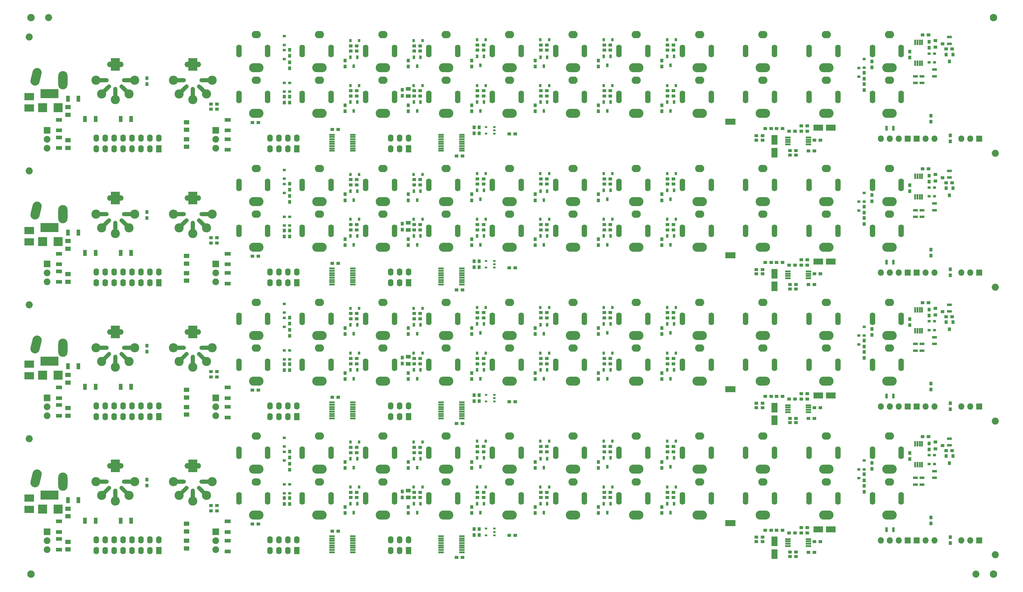
<source format=gbs>
G04 #@! TF.FileFunction,Soldermask,Bot*
%FSLAX46Y46*%
G04 Gerber Fmt 4.6, Leading zero omitted, Abs format (unit mm)*
G04 Created by KiCad (PCBNEW 4.0.2-stable) date 2020-03-03 5:11:40 PM*
%MOMM*%
G01*
G04 APERTURE LIST*
%ADD10C,0.200000*%
%ADD11O,2.000000X2.000000*%
%ADD12C,2.100000*%
%ADD13R,1.000000X0.900000*%
%ADD14R,2.700000X1.700000*%
%ADD15R,1.800000X1.800000*%
%ADD16O,1.800000X1.800000*%
%ADD17R,0.900000X1.000000*%
%ADD18R,0.800000X1.400000*%
%ADD19R,1.700000X2.700000*%
%ADD20R,1.550000X0.550000*%
%ADD21R,0.801040X1.100760*%
%ADD22R,0.709600X0.862000*%
%ADD23R,2.900000X1.700000*%
%ADD24R,0.862000X0.709600*%
%ADD25R,1.400000X0.800000*%
%ADD26R,0.550000X1.550000*%
%ADD27R,1.497000X1.243000*%
%ADD28R,1.700000X1.100000*%
%ADD29R,1.900000X1.900000*%
%ADD30C,1.900000*%
%ADD31R,1.600000X0.550000*%
%ADD32O,1.600000X2.100000*%
%ADD33R,1.600000X2.100000*%
%ADD34R,1.350000X1.100000*%
%ADD35R,0.800000X0.610000*%
%ADD36R,1.100000X1.700000*%
%ADD37R,2.497760X2.497760*%
%ADD38R,2.700000X2.100000*%
%ADD39O,4.100000X2.600000*%
%ADD40O,2.600000X2.100000*%
%ADD41O,1.600000X3.600000*%
%ADD42R,5.180000X2.640000*%
%ADD43O,2.640000X5.180000*%
%ADD44C,2.640000*%
%ADD45C,2.600000*%
%ADD46R,2.600000X3.600000*%
%ADD47O,4.700000X1.550000*%
%ADD48O,4.400000X1.200000*%
%ADD49O,1.200000X4.400000*%
%ADD50C,1.200000*%
G04 APERTURE END LIST*
D10*
D11*
X283500000Y-212500000D03*
X20000000Y-54500000D03*
D12*
X15000000Y-212500000D03*
X288500000Y-212500000D03*
X288500000Y-54500000D03*
D13*
X239350000Y-165250000D03*
X237650000Y-165250000D03*
X233900000Y-161250000D03*
X235600000Y-161250000D03*
D14*
X242300000Y-161750000D03*
X238700000Y-161750000D03*
D13*
X235600000Y-162750000D03*
X233900000Y-162750000D03*
D15*
X264160000Y-202900000D03*
D16*
X261620000Y-202900000D03*
X259080000Y-202900000D03*
X256540000Y-202900000D03*
D17*
X276200000Y-203650000D03*
X276200000Y-201950000D03*
X251750000Y-189100000D03*
X251750000Y-187400000D03*
D15*
X266700000Y-202900000D03*
D16*
X269240000Y-202900000D03*
X271780000Y-202900000D03*
D17*
X270700000Y-198050000D03*
X270700000Y-196350000D03*
D11*
X289000000Y-207000000D03*
D15*
X284480000Y-202900000D03*
D16*
X281940000Y-202900000D03*
X279400000Y-202900000D03*
D18*
X258150000Y-199900000D03*
X260050000Y-199900000D03*
D13*
X232350000Y-207500000D03*
X230650000Y-207500000D03*
X223650000Y-200000000D03*
X225350000Y-200000000D03*
X228600000Y-200000000D03*
X226900000Y-200000000D03*
X230400000Y-200750000D03*
X232100000Y-200750000D03*
X230650000Y-206250000D03*
X232350000Y-206250000D03*
X221150000Y-203250000D03*
X222850000Y-203250000D03*
D19*
X226250000Y-206800000D03*
X226250000Y-203200000D03*
D13*
X221150000Y-202000000D03*
X222850000Y-202000000D03*
D14*
X242300000Y-199750000D03*
X238700000Y-199750000D03*
D13*
X233900000Y-199250000D03*
X235600000Y-199250000D03*
X235950000Y-206300000D03*
X237650000Y-206300000D03*
X235600000Y-200750000D03*
X233900000Y-200750000D03*
X239350000Y-203250000D03*
X237650000Y-203250000D03*
D20*
X230050000Y-204475000D03*
X230050000Y-203825000D03*
X230050000Y-203175000D03*
X230050000Y-202525000D03*
X235950000Y-202525000D03*
X235950000Y-203175000D03*
X235950000Y-203825000D03*
X235950000Y-204475000D03*
D13*
X232350000Y-169500000D03*
X230650000Y-169500000D03*
X230650000Y-168250000D03*
X232350000Y-168250000D03*
X230400000Y-162750000D03*
X232100000Y-162750000D03*
X235950000Y-168300000D03*
X237650000Y-168300000D03*
D20*
X230050000Y-166475000D03*
X230050000Y-165825000D03*
X230050000Y-165175000D03*
X230050000Y-164525000D03*
X235950000Y-164525000D03*
X235950000Y-165175000D03*
X235950000Y-165825000D03*
X235950000Y-166475000D03*
D21*
X178750000Y-182020000D03*
X179702500Y-179480000D03*
X177797500Y-179480000D03*
D13*
X177900000Y-176250000D03*
X179600000Y-176250000D03*
X179600000Y-177750000D03*
X177900000Y-177750000D03*
D22*
X180244600Y-174750000D03*
X177755400Y-174750000D03*
D17*
X176250000Y-180650000D03*
X176250000Y-182350000D03*
D13*
X228600000Y-162000000D03*
X226900000Y-162000000D03*
D19*
X226250000Y-168800000D03*
X226250000Y-165200000D03*
D13*
X221150000Y-164000000D03*
X222850000Y-164000000D03*
X221150000Y-165250000D03*
X222850000Y-165250000D03*
X223650000Y-162000000D03*
X225350000Y-162000000D03*
D23*
X213750000Y-160000000D03*
D17*
X194250000Y-180650000D03*
X194250000Y-182350000D03*
D21*
X196750000Y-182020000D03*
X197702500Y-179480000D03*
X195797500Y-179480000D03*
D13*
X197600000Y-177750000D03*
X195900000Y-177750000D03*
X195900000Y-176250000D03*
X197600000Y-176250000D03*
D22*
X198244600Y-174750000D03*
X195755400Y-174750000D03*
D17*
X176250000Y-193400000D03*
X176250000Y-195100000D03*
D13*
X179600000Y-190750000D03*
X177900000Y-190750000D03*
D21*
X178750000Y-195020000D03*
X179702500Y-192480000D03*
X177797500Y-192480000D03*
D22*
X180244600Y-187750000D03*
X177755400Y-187750000D03*
D13*
X177900000Y-189250000D03*
X179600000Y-189250000D03*
D17*
X194250000Y-193400000D03*
X194250000Y-195100000D03*
D13*
X195900000Y-189250000D03*
X197600000Y-189250000D03*
D23*
X213750000Y-198000000D03*
D21*
X196750000Y-195020000D03*
X197702500Y-192480000D03*
X195797500Y-192480000D03*
D22*
X198244600Y-187750000D03*
X195755400Y-187750000D03*
D13*
X197600000Y-190750000D03*
X195900000Y-190750000D03*
D22*
X180244600Y-136750000D03*
X177755400Y-136750000D03*
D13*
X179600000Y-139750000D03*
X177900000Y-139750000D03*
X177900000Y-138250000D03*
X179600000Y-138250000D03*
D21*
X178750000Y-144020000D03*
X179702500Y-141480000D03*
X177797500Y-141480000D03*
D17*
X176250000Y-142650000D03*
X176250000Y-144350000D03*
D13*
X195900000Y-151250000D03*
X197600000Y-151250000D03*
X197600000Y-152750000D03*
X195900000Y-152750000D03*
D21*
X196750000Y-157020000D03*
X197702500Y-154480000D03*
X195797500Y-154480000D03*
D22*
X198244600Y-149750000D03*
X195755400Y-149750000D03*
D17*
X194250000Y-155400000D03*
X194250000Y-157100000D03*
D22*
X180244600Y-149750000D03*
X177755400Y-149750000D03*
D17*
X176250000Y-155400000D03*
X176250000Y-157100000D03*
D13*
X179600000Y-152750000D03*
X177900000Y-152750000D03*
D21*
X178750000Y-157020000D03*
X179702500Y-154480000D03*
X177797500Y-154480000D03*
D13*
X177900000Y-151250000D03*
X179600000Y-151250000D03*
D22*
X198244600Y-136750000D03*
X195755400Y-136750000D03*
D21*
X196750000Y-144020000D03*
X197702500Y-141480000D03*
X195797500Y-141480000D03*
D13*
X197600000Y-139750000D03*
X195900000Y-139750000D03*
D17*
X194250000Y-142650000D03*
X194250000Y-144350000D03*
D13*
X195900000Y-138250000D03*
X197600000Y-138250000D03*
D17*
X254000000Y-180900000D03*
X254000000Y-182600000D03*
X251750000Y-185850000D03*
X251750000Y-184150000D03*
D24*
X250200000Y-182755400D03*
X250200000Y-185244600D03*
X251750000Y-180255400D03*
X251750000Y-182744600D03*
D17*
X264750000Y-179800000D03*
X264750000Y-178100000D03*
X254000000Y-142900000D03*
X254000000Y-144600000D03*
D24*
X250200000Y-144755400D03*
X250200000Y-147244600D03*
X251750000Y-142255400D03*
X251750000Y-144744600D03*
D17*
X251750000Y-147850000D03*
X251750000Y-146150000D03*
X251750000Y-151100000D03*
X251750000Y-149400000D03*
D13*
X276750000Y-177400000D03*
X275050000Y-177400000D03*
X270050000Y-173400000D03*
X268350000Y-173400000D03*
D25*
X276000000Y-174000000D03*
X276000000Y-175900000D03*
D13*
X272000000Y-176900000D03*
X272000000Y-175000000D03*
X274000000Y-175950000D03*
D17*
X270250000Y-175350000D03*
X270250000Y-177050000D03*
X275050000Y-178950000D03*
X276950000Y-178950000D03*
X276000000Y-180950000D03*
D26*
X268225000Y-181400000D03*
X267575000Y-181400000D03*
X266925000Y-181400000D03*
X266275000Y-181400000D03*
X266275000Y-175500000D03*
X266925000Y-175500000D03*
X267575000Y-175500000D03*
X268225000Y-175500000D03*
D24*
X271750000Y-143194600D03*
X271750000Y-140705400D03*
X270250000Y-140705400D03*
X270250000Y-143194600D03*
D25*
X271750000Y-147150000D03*
X271750000Y-145250000D03*
X268200000Y-147150000D03*
X268200000Y-149050000D03*
X266300000Y-147150000D03*
X266300000Y-149050000D03*
D13*
X270050000Y-135400000D03*
X268350000Y-135400000D03*
D26*
X268225000Y-143400000D03*
X267575000Y-143400000D03*
X266925000Y-143400000D03*
X266275000Y-143400000D03*
X266275000Y-137500000D03*
X266925000Y-137500000D03*
X267575000Y-137500000D03*
X268225000Y-137500000D03*
D17*
X270250000Y-137350000D03*
X270250000Y-139050000D03*
X264750000Y-141800000D03*
X264750000Y-140100000D03*
X275050000Y-140950000D03*
X276950000Y-140950000D03*
X276000000Y-142950000D03*
D13*
X272000000Y-138900000D03*
X272000000Y-137000000D03*
X274000000Y-137950000D03*
X276750000Y-139400000D03*
X275050000Y-139400000D03*
D25*
X276000000Y-136000000D03*
X276000000Y-137900000D03*
D18*
X258150000Y-161900000D03*
X260050000Y-161900000D03*
D15*
X264160000Y-164900000D03*
D16*
X261620000Y-164900000D03*
X259080000Y-164900000D03*
X256540000Y-164900000D03*
D15*
X266700000Y-164900000D03*
D16*
X269240000Y-164900000D03*
X271780000Y-164900000D03*
D17*
X270700000Y-160050000D03*
X270700000Y-158350000D03*
D15*
X284480000Y-164900000D03*
D16*
X281940000Y-164900000D03*
X279400000Y-164900000D03*
D11*
X289000000Y-169000000D03*
D17*
X276200000Y-165650000D03*
X276200000Y-163950000D03*
D25*
X268200000Y-185150000D03*
X268200000Y-187050000D03*
D24*
X270250000Y-178705400D03*
X270250000Y-181194600D03*
D25*
X266300000Y-185150000D03*
X266300000Y-187050000D03*
X271750000Y-185150000D03*
X271750000Y-183250000D03*
D24*
X271750000Y-181194600D03*
X271750000Y-178705400D03*
D13*
X67850000Y-194500000D03*
X66150000Y-194500000D03*
D27*
X59250000Y-198170500D03*
X59250000Y-200329500D03*
D13*
X66150000Y-193000000D03*
X67850000Y-193000000D03*
D27*
X59250000Y-203020500D03*
X59250000Y-205179500D03*
D28*
X70950000Y-197500000D03*
X70950000Y-200500000D03*
D29*
X67530000Y-200460000D03*
D30*
X67530000Y-203000000D03*
X67530000Y-205540000D03*
D28*
X70950000Y-206000000D03*
X70950000Y-203000000D03*
D21*
X106750000Y-195020000D03*
X107702500Y-192480000D03*
X105797500Y-192480000D03*
D31*
X106450000Y-201725000D03*
X106450000Y-202375000D03*
X106450000Y-203025000D03*
X106450000Y-203675000D03*
X106450000Y-204325000D03*
X106450000Y-204975000D03*
X106450000Y-205625000D03*
X106450000Y-206275000D03*
X100550000Y-206275000D03*
X100550000Y-205625000D03*
X100550000Y-204975000D03*
X100550000Y-204325000D03*
X100550000Y-203675000D03*
X100550000Y-203025000D03*
X100550000Y-202375000D03*
X100550000Y-201725000D03*
D13*
X105900000Y-189250000D03*
X107600000Y-189250000D03*
X100650000Y-200250000D03*
X102350000Y-200250000D03*
X107600000Y-190750000D03*
X105900000Y-190750000D03*
D17*
X104250000Y-193400000D03*
X104250000Y-195100000D03*
D22*
X108244600Y-187750000D03*
X105755400Y-187750000D03*
D13*
X66150000Y-155000000D03*
X67850000Y-155000000D03*
X67850000Y-156500000D03*
X66150000Y-156500000D03*
D28*
X70950000Y-159500000D03*
X70950000Y-162500000D03*
X70950000Y-168000000D03*
X70950000Y-165000000D03*
D27*
X59250000Y-165020500D03*
X59250000Y-167179500D03*
X59250000Y-160170500D03*
X59250000Y-162329500D03*
D29*
X67530000Y-162460000D03*
D30*
X67530000Y-165000000D03*
X67530000Y-167540000D03*
D17*
X87000000Y-192600000D03*
X87000000Y-190900000D03*
D13*
X77900000Y-198250000D03*
X79600000Y-198250000D03*
D17*
X88500000Y-190900000D03*
X88500000Y-192600000D03*
D24*
X88500000Y-189494600D03*
X88500000Y-187005400D03*
D32*
X82920000Y-202730000D03*
X82920000Y-205770000D03*
D33*
X90540000Y-205770000D03*
D32*
X90540000Y-202730000D03*
X88000000Y-205770000D03*
X88000000Y-202730000D03*
X85460000Y-205770000D03*
X85460000Y-202730000D03*
D24*
X87000000Y-187005400D03*
X87000000Y-189494600D03*
D17*
X87000000Y-154600000D03*
X87000000Y-152900000D03*
D13*
X77900000Y-160250000D03*
X79600000Y-160250000D03*
D24*
X87000000Y-135755400D03*
X87000000Y-138244600D03*
D32*
X82920000Y-164730000D03*
X82920000Y-167770000D03*
D33*
X90540000Y-167770000D03*
D32*
X90540000Y-164730000D03*
X88000000Y-167770000D03*
X88000000Y-164730000D03*
X85460000Y-167770000D03*
X85460000Y-164730000D03*
D21*
X124750000Y-195020000D03*
X125702500Y-192480000D03*
X123797500Y-192480000D03*
D13*
X125600000Y-190750000D03*
X123900000Y-190750000D03*
D17*
X122250000Y-193400000D03*
X122250000Y-195100000D03*
D33*
X122290000Y-205770000D03*
D32*
X122290000Y-202730000D03*
X119750000Y-205770000D03*
X119750000Y-202730000D03*
X117210000Y-205770000D03*
X117210000Y-202730000D03*
D34*
X122250000Y-190750000D03*
X122250000Y-188750000D03*
D17*
X120500000Y-190700000D03*
X120500000Y-189000000D03*
X140250000Y-180650000D03*
X140250000Y-182350000D03*
D22*
X144244600Y-187750000D03*
X141755400Y-187750000D03*
D17*
X140250000Y-193400000D03*
X140250000Y-195100000D03*
D13*
X143600000Y-190750000D03*
X141900000Y-190750000D03*
D21*
X142750000Y-195020000D03*
X143702500Y-192480000D03*
X141797500Y-192480000D03*
D13*
X141900000Y-189250000D03*
X143600000Y-189250000D03*
D35*
X146660000Y-199550000D03*
X146660000Y-200500000D03*
X146660000Y-201450000D03*
X144340000Y-201450000D03*
X144340000Y-199550000D03*
D13*
X150900000Y-201500000D03*
X152600000Y-201500000D03*
D17*
X158250000Y-193400000D03*
X158250000Y-195100000D03*
D21*
X160750000Y-195020000D03*
X161702500Y-192480000D03*
X159797500Y-192480000D03*
D22*
X162244600Y-187750000D03*
X159755400Y-187750000D03*
D13*
X159900000Y-189250000D03*
X161600000Y-189250000D03*
X161600000Y-190750000D03*
X159900000Y-190750000D03*
D17*
X122250000Y-180650000D03*
X122250000Y-182350000D03*
D13*
X123900000Y-189250000D03*
X125600000Y-189250000D03*
D21*
X124750000Y-182270000D03*
X125702500Y-179730000D03*
X123797500Y-179730000D03*
D22*
X126244600Y-187750000D03*
X123755400Y-187750000D03*
D17*
X142400000Y-199650000D03*
X142400000Y-201350000D03*
D13*
X137600000Y-207750000D03*
X135900000Y-207750000D03*
D17*
X140900000Y-199650000D03*
X140900000Y-201350000D03*
D31*
X131550000Y-206275000D03*
X131550000Y-205625000D03*
X131550000Y-204975000D03*
X131550000Y-204325000D03*
X131550000Y-203675000D03*
X131550000Y-203025000D03*
X131550000Y-202375000D03*
X131550000Y-201725000D03*
X137450000Y-201725000D03*
X137450000Y-202375000D03*
X137450000Y-203025000D03*
X137450000Y-203675000D03*
X137450000Y-204325000D03*
X137450000Y-204975000D03*
X137450000Y-205625000D03*
X137450000Y-206275000D03*
D13*
X161600000Y-177750000D03*
X159900000Y-177750000D03*
D21*
X160750000Y-182270000D03*
X161702500Y-179730000D03*
X159797500Y-179730000D03*
D17*
X158250000Y-180650000D03*
X158250000Y-182350000D03*
D22*
X162244600Y-174750000D03*
X159755400Y-174750000D03*
D13*
X159900000Y-176250000D03*
X161600000Y-176250000D03*
X141900000Y-176250000D03*
X143600000Y-176250000D03*
D21*
X142750000Y-182020000D03*
X143702500Y-179480000D03*
X141797500Y-179480000D03*
D13*
X143600000Y-177750000D03*
X141900000Y-177750000D03*
D22*
X144244600Y-174750000D03*
X141755400Y-174750000D03*
D17*
X158250000Y-155400000D03*
X158250000Y-157100000D03*
D13*
X150900000Y-163500000D03*
X152600000Y-163500000D03*
D17*
X140900000Y-161650000D03*
X140900000Y-163350000D03*
X142400000Y-161650000D03*
X142400000Y-163350000D03*
D35*
X146660000Y-161550000D03*
X146660000Y-162500000D03*
X146660000Y-163450000D03*
X144340000Y-163450000D03*
X144340000Y-161550000D03*
D17*
X140250000Y-155400000D03*
X140250000Y-157100000D03*
D13*
X125600000Y-152750000D03*
X123900000Y-152750000D03*
X137600000Y-169750000D03*
X135900000Y-169750000D03*
D31*
X131550000Y-168275000D03*
X131550000Y-167625000D03*
X131550000Y-166975000D03*
X131550000Y-166325000D03*
X131550000Y-165675000D03*
X131550000Y-165025000D03*
X131550000Y-164375000D03*
X131550000Y-163725000D03*
X137450000Y-163725000D03*
X137450000Y-164375000D03*
X137450000Y-165025000D03*
X137450000Y-165675000D03*
X137450000Y-166325000D03*
X137450000Y-166975000D03*
X137450000Y-167625000D03*
X137450000Y-168275000D03*
D21*
X142750000Y-157020000D03*
X143702500Y-154480000D03*
X141797500Y-154480000D03*
D13*
X125600000Y-178000000D03*
X123900000Y-178000000D03*
D22*
X126244600Y-175000000D03*
X123755400Y-175000000D03*
D33*
X122290000Y-167770000D03*
D32*
X122290000Y-164730000D03*
X119750000Y-167770000D03*
X119750000Y-164730000D03*
X117210000Y-167770000D03*
X117210000Y-164730000D03*
D17*
X122250000Y-155400000D03*
X122250000Y-157100000D03*
D13*
X123900000Y-176500000D03*
X125600000Y-176500000D03*
D21*
X124750000Y-157020000D03*
X125702500Y-154480000D03*
X123797500Y-154480000D03*
D22*
X162244600Y-136750000D03*
X159755400Y-136750000D03*
D13*
X161600000Y-139750000D03*
X159900000Y-139750000D03*
D21*
X160750000Y-144270000D03*
X161702500Y-141730000D03*
X159797500Y-141730000D03*
D13*
X159900000Y-138250000D03*
X161600000Y-138250000D03*
X141900000Y-151250000D03*
X143600000Y-151250000D03*
D22*
X144244600Y-149750000D03*
X141755400Y-149750000D03*
D13*
X143600000Y-152750000D03*
X141900000Y-152750000D03*
D17*
X140250000Y-142650000D03*
X140250000Y-144350000D03*
D21*
X142750000Y-144020000D03*
X143702500Y-141480000D03*
X141797500Y-141480000D03*
D13*
X141900000Y-138250000D03*
X143600000Y-138250000D03*
D22*
X144244600Y-136750000D03*
X141755400Y-136750000D03*
D13*
X143600000Y-139750000D03*
X141900000Y-139750000D03*
D21*
X160750000Y-157020000D03*
X161702500Y-154480000D03*
X159797500Y-154480000D03*
D13*
X159900000Y-151250000D03*
X161600000Y-151250000D03*
X161600000Y-152750000D03*
X159900000Y-152750000D03*
D22*
X162244600Y-149750000D03*
X159755400Y-149750000D03*
D17*
X158250000Y-142650000D03*
X158250000Y-144350000D03*
D22*
X126244600Y-149750000D03*
X123755400Y-149750000D03*
D34*
X122250000Y-152750000D03*
X122250000Y-150750000D03*
D17*
X120500000Y-152700000D03*
X120500000Y-151000000D03*
D13*
X123900000Y-151250000D03*
X125600000Y-151250000D03*
D22*
X126244600Y-137000000D03*
X123755400Y-137000000D03*
D13*
X125600000Y-140000000D03*
X123900000Y-140000000D03*
D21*
X124750000Y-144270000D03*
X125702500Y-141730000D03*
X123797500Y-141730000D03*
D13*
X123900000Y-138500000D03*
X125600000Y-138500000D03*
D17*
X122250000Y-142650000D03*
X122250000Y-144350000D03*
D36*
X25500000Y-191500000D03*
X28500000Y-191500000D03*
D37*
X18300000Y-194040000D03*
X22699280Y-194040000D03*
D29*
X19580000Y-200460000D03*
D30*
X19580000Y-203000000D03*
X19580000Y-205540000D03*
D28*
X23000000Y-200500000D03*
X23000000Y-197500000D03*
D27*
X25500000Y-193920500D03*
X25500000Y-196079500D03*
D38*
X14500000Y-190900000D03*
X14500000Y-194140000D03*
D28*
X23000000Y-205500000D03*
X23000000Y-202500000D03*
D27*
X25500000Y-205479500D03*
X25500000Y-203320500D03*
D17*
X48000000Y-149350000D03*
X48000000Y-147650000D03*
D27*
X25500000Y-155920500D03*
X25500000Y-158079500D03*
D36*
X25500000Y-153500000D03*
X28500000Y-153500000D03*
X40500000Y-159300000D03*
X43500000Y-159300000D03*
X33400000Y-159300000D03*
X30400000Y-159300000D03*
D11*
X14500000Y-174000000D03*
D38*
X14500000Y-152900000D03*
X14500000Y-156140000D03*
D11*
X14500000Y-136000000D03*
D37*
X18300000Y-156040000D03*
X22699280Y-156040000D03*
D27*
X25500000Y-167479500D03*
X25500000Y-165320500D03*
D28*
X23000000Y-162500000D03*
X23000000Y-159500000D03*
X23000000Y-167500000D03*
X23000000Y-164500000D03*
D29*
X19580000Y-162460000D03*
D30*
X19580000Y-165000000D03*
X19580000Y-167540000D03*
D32*
X33610000Y-202730000D03*
X33610000Y-205770000D03*
X36150000Y-205770000D03*
X36150000Y-202730000D03*
X38690000Y-202730000D03*
X38690000Y-205770000D03*
X41230000Y-205770000D03*
X41230000Y-202730000D03*
X43770000Y-202730000D03*
X43770000Y-205770000D03*
D33*
X51390000Y-205770000D03*
D32*
X51390000Y-202730000D03*
X48850000Y-205770000D03*
X48850000Y-202730000D03*
X46310000Y-205770000D03*
X46310000Y-202730000D03*
D36*
X40500000Y-197300000D03*
X43500000Y-197300000D03*
D17*
X48000000Y-187350000D03*
X48000000Y-185650000D03*
D36*
X33400000Y-197300000D03*
X30400000Y-197300000D03*
D32*
X33610000Y-164730000D03*
X33610000Y-167770000D03*
X36150000Y-167770000D03*
X36150000Y-164730000D03*
X38690000Y-164730000D03*
X38690000Y-167770000D03*
X41230000Y-167770000D03*
X41230000Y-164730000D03*
X43770000Y-164730000D03*
X43770000Y-167770000D03*
D33*
X51390000Y-167770000D03*
D32*
X51390000Y-164730000D03*
X48850000Y-167770000D03*
X48850000Y-164730000D03*
X46310000Y-167770000D03*
X46310000Y-164730000D03*
D17*
X104250000Y-180650000D03*
X104250000Y-182350000D03*
D13*
X105900000Y-176500000D03*
X107600000Y-176500000D03*
D21*
X106750000Y-182270000D03*
X107702500Y-179730000D03*
X105797500Y-179730000D03*
D22*
X108244600Y-175000000D03*
X105755400Y-175000000D03*
D13*
X107600000Y-178000000D03*
X105900000Y-178000000D03*
D22*
X108244600Y-137000000D03*
X105755400Y-137000000D03*
D21*
X106750000Y-144270000D03*
X107702500Y-141730000D03*
X105797500Y-141730000D03*
D13*
X105900000Y-138500000D03*
X107600000Y-138500000D03*
D17*
X104250000Y-142650000D03*
X104250000Y-144350000D03*
D13*
X107600000Y-140000000D03*
X105900000Y-140000000D03*
D24*
X87000000Y-173755400D03*
X87000000Y-176244600D03*
X87000000Y-177755400D03*
X87000000Y-180244600D03*
D17*
X88500000Y-177650000D03*
X88500000Y-179350000D03*
X88500000Y-181150000D03*
X88500000Y-182850000D03*
D24*
X87000000Y-139755400D03*
X87000000Y-142244600D03*
X88500000Y-151494600D03*
X88500000Y-149005400D03*
D17*
X88500000Y-143150000D03*
X88500000Y-144850000D03*
D24*
X87000000Y-149005400D03*
X87000000Y-151494600D03*
D17*
X88500000Y-139650000D03*
X88500000Y-141350000D03*
X88500000Y-152900000D03*
X88500000Y-154600000D03*
D31*
X106450000Y-163725000D03*
X106450000Y-164375000D03*
X106450000Y-165025000D03*
X106450000Y-165675000D03*
X106450000Y-166325000D03*
X106450000Y-166975000D03*
X106450000Y-167625000D03*
X106450000Y-168275000D03*
X100550000Y-168275000D03*
X100550000Y-167625000D03*
X100550000Y-166975000D03*
X100550000Y-166325000D03*
X100550000Y-165675000D03*
X100550000Y-165025000D03*
X100550000Y-164375000D03*
X100550000Y-163725000D03*
D22*
X108244600Y-149750000D03*
X105755400Y-149750000D03*
D17*
X104250000Y-155400000D03*
X104250000Y-157100000D03*
D13*
X100650000Y-162250000D03*
X102350000Y-162250000D03*
D21*
X106750000Y-157020000D03*
X107702500Y-154480000D03*
X105797500Y-154480000D03*
D13*
X107600000Y-152750000D03*
X105900000Y-152750000D03*
X105900000Y-151250000D03*
X107600000Y-151250000D03*
D39*
X79000000Y-195700000D03*
D40*
X79000000Y-186300000D03*
D41*
X74100000Y-191000000D03*
X82300000Y-191000000D03*
D42*
X20250000Y-190060000D03*
D43*
X24060000Y-186250000D03*
D44*
X16768700Y-184023274D02*
X16111300Y-186476726D01*
D45*
X33500000Y-186250000D03*
X44500000Y-186250000D03*
X39000000Y-191750000D03*
D46*
X39000000Y-181750000D03*
D45*
X35110000Y-190140000D03*
X42890000Y-190140000D03*
D47*
X39000000Y-181750000D03*
D48*
X34900000Y-186250000D03*
X43100000Y-186250000D03*
D49*
X39000000Y-190350000D03*
D50*
X34968629Y-190281371D02*
X37231371Y-188018629D01*
X40768629Y-188018629D02*
X43031371Y-190281371D01*
D45*
X55500000Y-186250000D03*
X66500000Y-186250000D03*
X61000000Y-191750000D03*
D46*
X61000000Y-181750000D03*
D45*
X57110000Y-190140000D03*
X64890000Y-190140000D03*
D47*
X61000000Y-181750000D03*
D48*
X56900000Y-186250000D03*
X65100000Y-186250000D03*
D49*
X61000000Y-190350000D03*
D50*
X56968629Y-190281371D02*
X59231371Y-188018629D01*
X62768629Y-188018629D02*
X65031371Y-190281371D01*
D39*
X79000000Y-182700000D03*
D40*
X79000000Y-173300000D03*
D41*
X74100000Y-178000000D03*
X82300000Y-178000000D03*
D39*
X97000000Y-157700000D03*
D40*
X97000000Y-148300000D03*
D41*
X92100000Y-153000000D03*
X100300000Y-153000000D03*
D39*
X97000000Y-144700000D03*
D40*
X97000000Y-135300000D03*
D41*
X92100000Y-140000000D03*
X100300000Y-140000000D03*
D39*
X133000000Y-144700000D03*
D40*
X133000000Y-135300000D03*
D41*
X128100000Y-140000000D03*
X136300000Y-140000000D03*
D39*
X133000000Y-157700000D03*
D40*
X133000000Y-148300000D03*
D41*
X128100000Y-153000000D03*
X136300000Y-153000000D03*
D39*
X115000000Y-157700000D03*
D40*
X115000000Y-148300000D03*
D41*
X110100000Y-153000000D03*
X118300000Y-153000000D03*
D39*
X115000000Y-144700000D03*
D40*
X115000000Y-135300000D03*
D41*
X110100000Y-140000000D03*
X118300000Y-140000000D03*
D39*
X133000000Y-182700000D03*
D40*
X133000000Y-173300000D03*
D41*
X128100000Y-178000000D03*
X136300000Y-178000000D03*
D39*
X133000000Y-195700000D03*
D40*
X133000000Y-186300000D03*
D41*
X128100000Y-191000000D03*
X136300000Y-191000000D03*
D39*
X97000000Y-182700000D03*
D40*
X97000000Y-173300000D03*
D41*
X92100000Y-178000000D03*
X100300000Y-178000000D03*
D39*
X115000000Y-195700000D03*
D40*
X115000000Y-186300000D03*
D41*
X110100000Y-191000000D03*
X118300000Y-191000000D03*
D39*
X115000000Y-182700000D03*
D40*
X115000000Y-173300000D03*
D41*
X110100000Y-178000000D03*
X118300000Y-178000000D03*
D39*
X97000000Y-195700000D03*
D40*
X97000000Y-186300000D03*
D41*
X92100000Y-191000000D03*
X100300000Y-191000000D03*
D42*
X20250000Y-152060000D03*
D43*
X24060000Y-148250000D03*
D44*
X16768700Y-146023274D02*
X16111300Y-148476726D01*
D45*
X33500000Y-148250000D03*
X44500000Y-148250000D03*
X39000000Y-153750000D03*
D46*
X39000000Y-143750000D03*
D45*
X35110000Y-152140000D03*
X42890000Y-152140000D03*
D47*
X39000000Y-143750000D03*
D48*
X34900000Y-148250000D03*
X43100000Y-148250000D03*
D49*
X39000000Y-152350000D03*
D50*
X34968629Y-152281371D02*
X37231371Y-150018629D01*
X40768629Y-150018629D02*
X43031371Y-152281371D01*
D45*
X55500000Y-148250000D03*
X66500000Y-148250000D03*
X61000000Y-153750000D03*
D46*
X61000000Y-143750000D03*
D45*
X57110000Y-152140000D03*
X64890000Y-152140000D03*
D47*
X61000000Y-143750000D03*
D48*
X56900000Y-148250000D03*
X65100000Y-148250000D03*
D49*
X61000000Y-152350000D03*
D50*
X56968629Y-152281371D02*
X59231371Y-150018629D01*
X62768629Y-150018629D02*
X65031371Y-152281371D01*
D39*
X79000000Y-144700000D03*
D40*
X79000000Y-135300000D03*
D41*
X74100000Y-140000000D03*
X82300000Y-140000000D03*
D39*
X79000000Y-157700000D03*
D40*
X79000000Y-148300000D03*
D41*
X74100000Y-153000000D03*
X82300000Y-153000000D03*
D39*
X241000000Y-144700000D03*
D40*
X241000000Y-135300000D03*
D41*
X236100000Y-140000000D03*
X244300000Y-140000000D03*
D39*
X259000000Y-144700000D03*
D40*
X259000000Y-135300000D03*
D41*
X254100000Y-140000000D03*
X262300000Y-140000000D03*
D39*
X223000000Y-144700000D03*
D40*
X223000000Y-135300000D03*
D41*
X218100000Y-140000000D03*
X226300000Y-140000000D03*
D39*
X259000000Y-157700000D03*
D40*
X259000000Y-148300000D03*
D41*
X254100000Y-153000000D03*
X262300000Y-153000000D03*
D39*
X223000000Y-157700000D03*
D40*
X223000000Y-148300000D03*
D41*
X218100000Y-153000000D03*
X226300000Y-153000000D03*
D39*
X169000000Y-144700000D03*
D40*
X169000000Y-135300000D03*
D41*
X164100000Y-140000000D03*
X172300000Y-140000000D03*
D39*
X205000000Y-144700000D03*
D40*
X205000000Y-135300000D03*
D41*
X200100000Y-140000000D03*
X208300000Y-140000000D03*
D39*
X187000000Y-157700000D03*
D40*
X187000000Y-148300000D03*
D41*
X182100000Y-153000000D03*
X190300000Y-153000000D03*
D39*
X187000000Y-144700000D03*
D40*
X187000000Y-135300000D03*
D41*
X182100000Y-140000000D03*
X190300000Y-140000000D03*
D39*
X169000000Y-157700000D03*
D40*
X169000000Y-148300000D03*
D41*
X164100000Y-153000000D03*
X172300000Y-153000000D03*
D39*
X223000000Y-182700000D03*
D40*
X223000000Y-173300000D03*
D41*
X218100000Y-178000000D03*
X226300000Y-178000000D03*
D39*
X187000000Y-195700000D03*
D40*
X187000000Y-186300000D03*
D41*
X182100000Y-191000000D03*
X190300000Y-191000000D03*
D39*
X205000000Y-182700000D03*
D40*
X205000000Y-173300000D03*
D41*
X200100000Y-178000000D03*
X208300000Y-178000000D03*
D39*
X187000000Y-182700000D03*
D40*
X187000000Y-173300000D03*
D41*
X182100000Y-178000000D03*
X190300000Y-178000000D03*
D39*
X205000000Y-195700000D03*
D40*
X205000000Y-186300000D03*
D41*
X200100000Y-191000000D03*
X208300000Y-191000000D03*
D39*
X223000000Y-195700000D03*
D40*
X223000000Y-186300000D03*
D41*
X218100000Y-191000000D03*
X226300000Y-191000000D03*
D39*
X205000000Y-157700000D03*
D40*
X205000000Y-148300000D03*
D41*
X200100000Y-153000000D03*
X208300000Y-153000000D03*
D39*
X169000000Y-182700000D03*
D40*
X169000000Y-173300000D03*
D41*
X164100000Y-178000000D03*
X172300000Y-178000000D03*
D39*
X151000000Y-144700000D03*
D40*
X151000000Y-135300000D03*
D41*
X146100000Y-140000000D03*
X154300000Y-140000000D03*
D39*
X151000000Y-182700000D03*
D40*
X151000000Y-173300000D03*
D41*
X146100000Y-178000000D03*
X154300000Y-178000000D03*
D39*
X169000000Y-195700000D03*
D40*
X169000000Y-186300000D03*
D41*
X164100000Y-191000000D03*
X172300000Y-191000000D03*
D39*
X151000000Y-195700000D03*
D40*
X151000000Y-186300000D03*
D41*
X146100000Y-191000000D03*
X154300000Y-191000000D03*
D39*
X151000000Y-157700000D03*
D40*
X151000000Y-148300000D03*
D41*
X146100000Y-153000000D03*
X154300000Y-153000000D03*
D39*
X259000000Y-195700000D03*
D40*
X259000000Y-186300000D03*
D41*
X254100000Y-191000000D03*
X262300000Y-191000000D03*
D39*
X241000000Y-195700000D03*
D40*
X241000000Y-186300000D03*
D41*
X236100000Y-191000000D03*
X244300000Y-191000000D03*
D39*
X241000000Y-182700000D03*
D40*
X241000000Y-173300000D03*
D41*
X236100000Y-178000000D03*
X244300000Y-178000000D03*
D39*
X259000000Y-182700000D03*
D40*
X259000000Y-173300000D03*
D41*
X254100000Y-178000000D03*
X262300000Y-178000000D03*
D39*
X241000000Y-157700000D03*
D40*
X241000000Y-148300000D03*
D41*
X236100000Y-153000000D03*
X244300000Y-153000000D03*
D11*
X14500000Y-98000000D03*
D37*
X18300000Y-118040000D03*
X22699280Y-118040000D03*
D36*
X25500000Y-115500000D03*
X28500000Y-115500000D03*
D38*
X14500000Y-114900000D03*
X14500000Y-118140000D03*
D29*
X19580000Y-124460000D03*
D30*
X19580000Y-127000000D03*
X19580000Y-129540000D03*
D28*
X23000000Y-129500000D03*
X23000000Y-126500000D03*
X23000000Y-124500000D03*
X23000000Y-121500000D03*
D27*
X25500000Y-129479500D03*
X25500000Y-127320500D03*
X25500000Y-117920500D03*
X25500000Y-120079500D03*
D32*
X33610000Y-126730000D03*
X33610000Y-129770000D03*
X36150000Y-129770000D03*
X36150000Y-126730000D03*
X38690000Y-126730000D03*
X38690000Y-129770000D03*
X41230000Y-129770000D03*
X41230000Y-126730000D03*
X43770000Y-126730000D03*
X43770000Y-129770000D03*
D33*
X51390000Y-129770000D03*
D32*
X51390000Y-126730000D03*
X48850000Y-129770000D03*
X48850000Y-126730000D03*
X46310000Y-129770000D03*
X46310000Y-126730000D03*
D36*
X40500000Y-121300000D03*
X43500000Y-121300000D03*
X33400000Y-121300000D03*
X30400000Y-121300000D03*
D17*
X48000000Y-111350000D03*
X48000000Y-109650000D03*
D27*
X59250000Y-122170500D03*
X59250000Y-124329500D03*
D28*
X70950000Y-121500000D03*
X70950000Y-124500000D03*
D29*
X67530000Y-124460000D03*
D30*
X67530000Y-127000000D03*
X67530000Y-129540000D03*
D13*
X66150000Y-117000000D03*
X67850000Y-117000000D03*
D28*
X70950000Y-130000000D03*
X70950000Y-127000000D03*
D13*
X67850000Y-118500000D03*
X66150000Y-118500000D03*
D27*
X59250000Y-127020500D03*
X59250000Y-129179500D03*
D32*
X82920000Y-126730000D03*
X82920000Y-129770000D03*
D33*
X90540000Y-129770000D03*
D32*
X90540000Y-126730000D03*
X88000000Y-129770000D03*
X88000000Y-126730000D03*
X85460000Y-129770000D03*
X85460000Y-126730000D03*
D13*
X77900000Y-122250000D03*
X79600000Y-122250000D03*
D17*
X88500000Y-114900000D03*
X88500000Y-116600000D03*
D24*
X88500000Y-113494600D03*
X88500000Y-111005400D03*
D17*
X87000000Y-116600000D03*
X87000000Y-114900000D03*
X194250000Y-117400000D03*
X194250000Y-119100000D03*
D13*
X197600000Y-114750000D03*
X195900000Y-114750000D03*
D21*
X196750000Y-119020000D03*
X197702500Y-116480000D03*
X195797500Y-116480000D03*
D22*
X198244600Y-111750000D03*
X195755400Y-111750000D03*
D13*
X195900000Y-113250000D03*
X197600000Y-113250000D03*
D17*
X158250000Y-104650000D03*
X158250000Y-106350000D03*
D13*
X161600000Y-101750000D03*
X159900000Y-101750000D03*
X159900000Y-100250000D03*
X161600000Y-100250000D03*
D21*
X160750000Y-106270000D03*
X161702500Y-103730000D03*
X159797500Y-103730000D03*
D22*
X162244600Y-98750000D03*
X159755400Y-98750000D03*
D17*
X176250000Y-117400000D03*
X176250000Y-119100000D03*
D13*
X177900000Y-113250000D03*
X179600000Y-113250000D03*
X179600000Y-114750000D03*
X177900000Y-114750000D03*
D17*
X176250000Y-104650000D03*
X176250000Y-106350000D03*
D21*
X178750000Y-119020000D03*
X179702500Y-116480000D03*
X177797500Y-116480000D03*
X178750000Y-106020000D03*
X179702500Y-103480000D03*
X177797500Y-103480000D03*
D22*
X180244600Y-111750000D03*
X177755400Y-111750000D03*
D17*
X158250000Y-117400000D03*
X158250000Y-119100000D03*
D13*
X161600000Y-114750000D03*
X159900000Y-114750000D03*
D21*
X160750000Y-119020000D03*
X161702500Y-116480000D03*
X159797500Y-116480000D03*
D22*
X162244600Y-111750000D03*
X159755400Y-111750000D03*
D13*
X159900000Y-113250000D03*
X161600000Y-113250000D03*
D17*
X140250000Y-104650000D03*
X140250000Y-106350000D03*
D21*
X142750000Y-106020000D03*
X143702500Y-103480000D03*
X141797500Y-103480000D03*
D22*
X144244600Y-111750000D03*
X141755400Y-111750000D03*
X144244600Y-98750000D03*
X141755400Y-98750000D03*
D13*
X141900000Y-100250000D03*
X143600000Y-100250000D03*
X143600000Y-101750000D03*
X141900000Y-101750000D03*
D17*
X194250000Y-104650000D03*
X194250000Y-106350000D03*
D21*
X196750000Y-106020000D03*
X197702500Y-103480000D03*
X195797500Y-103480000D03*
D13*
X195900000Y-100250000D03*
X197600000Y-100250000D03*
X177900000Y-100250000D03*
X179600000Y-100250000D03*
X179600000Y-101750000D03*
X177900000Y-101750000D03*
D22*
X198244600Y-98750000D03*
X195755400Y-98750000D03*
D13*
X197600000Y-101750000D03*
X195900000Y-101750000D03*
D22*
X180244600Y-98750000D03*
X177755400Y-98750000D03*
D13*
X150900000Y-125500000D03*
X152600000Y-125500000D03*
D35*
X146660000Y-123550000D03*
X146660000Y-124500000D03*
X146660000Y-125450000D03*
X144340000Y-125450000D03*
X144340000Y-123550000D03*
D17*
X140900000Y-123650000D03*
X140900000Y-125350000D03*
X140250000Y-117400000D03*
X140250000Y-119100000D03*
D13*
X143600000Y-114750000D03*
X141900000Y-114750000D03*
X141900000Y-113250000D03*
X143600000Y-113250000D03*
D21*
X142750000Y-119020000D03*
X143702500Y-116480000D03*
X141797500Y-116480000D03*
D17*
X142400000Y-123650000D03*
X142400000Y-125350000D03*
D24*
X87000000Y-97755400D03*
X87000000Y-100244600D03*
D17*
X88500000Y-105150000D03*
X88500000Y-106850000D03*
X88500000Y-101650000D03*
X88500000Y-103350000D03*
D24*
X87000000Y-111005400D03*
X87000000Y-113494600D03*
X87000000Y-101755400D03*
X87000000Y-104244600D03*
D13*
X137600000Y-131750000D03*
X135900000Y-131750000D03*
D31*
X131550000Y-130275000D03*
X131550000Y-129625000D03*
X131550000Y-128975000D03*
X131550000Y-128325000D03*
X131550000Y-127675000D03*
X131550000Y-127025000D03*
X131550000Y-126375000D03*
X131550000Y-125725000D03*
X137450000Y-125725000D03*
X137450000Y-126375000D03*
X137450000Y-127025000D03*
X137450000Y-127675000D03*
X137450000Y-128325000D03*
X137450000Y-128975000D03*
X137450000Y-129625000D03*
X137450000Y-130275000D03*
D13*
X123900000Y-113250000D03*
X125600000Y-113250000D03*
D17*
X120500000Y-114700000D03*
X120500000Y-113000000D03*
D22*
X126244600Y-111750000D03*
X123755400Y-111750000D03*
D34*
X122250000Y-114750000D03*
X122250000Y-112750000D03*
D13*
X125600000Y-114750000D03*
X123900000Y-114750000D03*
D17*
X104250000Y-104650000D03*
X104250000Y-106350000D03*
D13*
X107600000Y-102000000D03*
X105900000Y-102000000D03*
X105900000Y-113250000D03*
X107600000Y-113250000D03*
X105900000Y-100500000D03*
X107600000Y-100500000D03*
X107600000Y-114750000D03*
X105900000Y-114750000D03*
D21*
X106750000Y-106270000D03*
X107702500Y-103730000D03*
X105797500Y-103730000D03*
D22*
X108244600Y-111750000D03*
X105755400Y-111750000D03*
X108244600Y-99000000D03*
X105755400Y-99000000D03*
D17*
X122250000Y-104650000D03*
X122250000Y-106350000D03*
D13*
X125600000Y-102000000D03*
X123900000Y-102000000D03*
D21*
X124750000Y-106270000D03*
X125702500Y-103730000D03*
X123797500Y-103730000D03*
D22*
X126244600Y-99000000D03*
X123755400Y-99000000D03*
D13*
X123900000Y-100500000D03*
X125600000Y-100500000D03*
D31*
X106450000Y-125725000D03*
X106450000Y-126375000D03*
X106450000Y-127025000D03*
X106450000Y-127675000D03*
X106450000Y-128325000D03*
X106450000Y-128975000D03*
X106450000Y-129625000D03*
X106450000Y-130275000D03*
X100550000Y-130275000D03*
X100550000Y-129625000D03*
X100550000Y-128975000D03*
X100550000Y-128325000D03*
X100550000Y-127675000D03*
X100550000Y-127025000D03*
X100550000Y-126375000D03*
X100550000Y-125725000D03*
D17*
X104250000Y-117400000D03*
X104250000Y-119100000D03*
D21*
X106750000Y-119020000D03*
X107702500Y-116480000D03*
X105797500Y-116480000D03*
X124750000Y-119020000D03*
X125702500Y-116480000D03*
X123797500Y-116480000D03*
D33*
X122290000Y-129770000D03*
D32*
X122290000Y-126730000D03*
X119750000Y-129770000D03*
X119750000Y-126730000D03*
X117210000Y-129770000D03*
X117210000Y-126730000D03*
D13*
X100650000Y-124250000D03*
X102350000Y-124250000D03*
D17*
X122250000Y-117400000D03*
X122250000Y-119100000D03*
X275050000Y-102950000D03*
X276950000Y-102950000D03*
X276000000Y-104950000D03*
D25*
X276000000Y-98000000D03*
X276000000Y-99900000D03*
D13*
X272000000Y-100900000D03*
X272000000Y-99000000D03*
X274000000Y-99950000D03*
D17*
X270250000Y-99350000D03*
X270250000Y-101050000D03*
D13*
X276750000Y-101400000D03*
X275050000Y-101400000D03*
D23*
X213750000Y-122000000D03*
D13*
X223650000Y-124000000D03*
X225350000Y-124000000D03*
X221150000Y-127250000D03*
X222850000Y-127250000D03*
X221150000Y-126000000D03*
X222850000Y-126000000D03*
D19*
X226250000Y-130800000D03*
X226250000Y-127200000D03*
D13*
X228600000Y-124000000D03*
X226900000Y-124000000D03*
D18*
X258150000Y-123900000D03*
X260050000Y-123900000D03*
D15*
X264160000Y-126900000D03*
D16*
X261620000Y-126900000D03*
X259080000Y-126900000D03*
X256540000Y-126900000D03*
D25*
X266300000Y-109150000D03*
X266300000Y-111050000D03*
X271750000Y-109150000D03*
X271750000Y-107250000D03*
D15*
X266700000Y-126900000D03*
D16*
X269240000Y-126900000D03*
X271780000Y-126900000D03*
D25*
X268200000Y-109150000D03*
X268200000Y-111050000D03*
D20*
X230050000Y-128475000D03*
X230050000Y-127825000D03*
X230050000Y-127175000D03*
X230050000Y-126525000D03*
X235950000Y-126525000D03*
X235950000Y-127175000D03*
X235950000Y-127825000D03*
X235950000Y-128475000D03*
D13*
X230400000Y-124750000D03*
X232100000Y-124750000D03*
X232350000Y-131500000D03*
X230650000Y-131500000D03*
X230650000Y-130250000D03*
X232350000Y-130250000D03*
X235950000Y-130300000D03*
X237650000Y-130300000D03*
X235600000Y-124750000D03*
X233900000Y-124750000D03*
D14*
X242300000Y-123750000D03*
X238700000Y-123750000D03*
D13*
X233900000Y-123250000D03*
X235600000Y-123250000D03*
X239350000Y-127250000D03*
X237650000Y-127250000D03*
D17*
X254000000Y-104900000D03*
X254000000Y-106600000D03*
X251750000Y-109850000D03*
X251750000Y-108150000D03*
D24*
X251750000Y-104255400D03*
X251750000Y-106744600D03*
X250200000Y-106755400D03*
X250200000Y-109244600D03*
D17*
X251750000Y-113100000D03*
X251750000Y-111400000D03*
D26*
X268225000Y-105400000D03*
X267575000Y-105400000D03*
X266925000Y-105400000D03*
X266275000Y-105400000D03*
X266275000Y-99500000D03*
X266925000Y-99500000D03*
X267575000Y-99500000D03*
X268225000Y-99500000D03*
D24*
X271750000Y-105194600D03*
X271750000Y-102705400D03*
D17*
X264750000Y-103800000D03*
X264750000Y-102100000D03*
D24*
X270250000Y-102705400D03*
X270250000Y-105194600D03*
D13*
X270050000Y-97400000D03*
X268350000Y-97400000D03*
D17*
X276200000Y-127650000D03*
X276200000Y-125950000D03*
D15*
X284480000Y-126900000D03*
D16*
X281940000Y-126900000D03*
X279400000Y-126900000D03*
D11*
X289000000Y-131000000D03*
D17*
X270700000Y-122050000D03*
X270700000Y-120350000D03*
D39*
X205000000Y-119700000D03*
D40*
X205000000Y-110300000D03*
D41*
X200100000Y-115000000D03*
X208300000Y-115000000D03*
D39*
X205000000Y-106700000D03*
D40*
X205000000Y-97300000D03*
D41*
X200100000Y-102000000D03*
X208300000Y-102000000D03*
D39*
X187000000Y-119700000D03*
D40*
X187000000Y-110300000D03*
D41*
X182100000Y-115000000D03*
X190300000Y-115000000D03*
D39*
X187000000Y-106700000D03*
D40*
X187000000Y-97300000D03*
D41*
X182100000Y-102000000D03*
X190300000Y-102000000D03*
D39*
X169000000Y-119700000D03*
D40*
X169000000Y-110300000D03*
D41*
X164100000Y-115000000D03*
X172300000Y-115000000D03*
D39*
X169000000Y-106700000D03*
D40*
X169000000Y-97300000D03*
D41*
X164100000Y-102000000D03*
X172300000Y-102000000D03*
D39*
X115000000Y-106700000D03*
D40*
X115000000Y-97300000D03*
D41*
X110100000Y-102000000D03*
X118300000Y-102000000D03*
D39*
X133000000Y-106700000D03*
D40*
X133000000Y-97300000D03*
D41*
X128100000Y-102000000D03*
X136300000Y-102000000D03*
D39*
X151000000Y-106700000D03*
D40*
X151000000Y-97300000D03*
D41*
X146100000Y-102000000D03*
X154300000Y-102000000D03*
D39*
X133000000Y-119700000D03*
D40*
X133000000Y-110300000D03*
D41*
X128100000Y-115000000D03*
X136300000Y-115000000D03*
D39*
X115000000Y-119700000D03*
D40*
X115000000Y-110300000D03*
D41*
X110100000Y-115000000D03*
X118300000Y-115000000D03*
D39*
X151000000Y-119700000D03*
D40*
X151000000Y-110300000D03*
D41*
X146100000Y-115000000D03*
X154300000Y-115000000D03*
D45*
X55500000Y-110250000D03*
X66500000Y-110250000D03*
X61000000Y-115750000D03*
D46*
X61000000Y-105750000D03*
D45*
X57110000Y-114140000D03*
X64890000Y-114140000D03*
D47*
X61000000Y-105750000D03*
D48*
X56900000Y-110250000D03*
X65100000Y-110250000D03*
D49*
X61000000Y-114350000D03*
D50*
X56968629Y-114281371D02*
X59231371Y-112018629D01*
X62768629Y-112018629D02*
X65031371Y-114281371D01*
D39*
X79000000Y-106700000D03*
D40*
X79000000Y-97300000D03*
D41*
X74100000Y-102000000D03*
X82300000Y-102000000D03*
D39*
X97000000Y-119700000D03*
D40*
X97000000Y-110300000D03*
D41*
X92100000Y-115000000D03*
X100300000Y-115000000D03*
D39*
X97000000Y-106700000D03*
D40*
X97000000Y-97300000D03*
D41*
X92100000Y-102000000D03*
X100300000Y-102000000D03*
D39*
X79000000Y-119700000D03*
D40*
X79000000Y-110300000D03*
D41*
X74100000Y-115000000D03*
X82300000Y-115000000D03*
D42*
X20250000Y-114060000D03*
D43*
X24060000Y-110250000D03*
D44*
X16768700Y-108023274D02*
X16111300Y-110476726D01*
D45*
X33500000Y-110250000D03*
X44500000Y-110250000D03*
X39000000Y-115750000D03*
D46*
X39000000Y-105750000D03*
D45*
X35110000Y-114140000D03*
X42890000Y-114140000D03*
D47*
X39000000Y-105750000D03*
D48*
X34900000Y-110250000D03*
X43100000Y-110250000D03*
D49*
X39000000Y-114350000D03*
D50*
X34968629Y-114281371D02*
X37231371Y-112018629D01*
X40768629Y-112018629D02*
X43031371Y-114281371D01*
D39*
X259000000Y-106700000D03*
D40*
X259000000Y-97300000D03*
D41*
X254100000Y-102000000D03*
X262300000Y-102000000D03*
D39*
X241000000Y-119700000D03*
D40*
X241000000Y-110300000D03*
D41*
X236100000Y-115000000D03*
X244300000Y-115000000D03*
D39*
X241000000Y-106700000D03*
D40*
X241000000Y-97300000D03*
D41*
X236100000Y-102000000D03*
X244300000Y-102000000D03*
D39*
X223000000Y-119700000D03*
D40*
X223000000Y-110300000D03*
D41*
X218100000Y-115000000D03*
X226300000Y-115000000D03*
D39*
X223000000Y-106700000D03*
D40*
X223000000Y-97300000D03*
D41*
X218100000Y-102000000D03*
X226300000Y-102000000D03*
D39*
X259000000Y-119700000D03*
D40*
X259000000Y-110300000D03*
D41*
X254100000Y-115000000D03*
X262300000Y-115000000D03*
D35*
X146660000Y-85550000D03*
X146660000Y-86500000D03*
X146660000Y-87450000D03*
X144340000Y-87450000D03*
X144340000Y-85550000D03*
D11*
X289000000Y-93000000D03*
D17*
X120500000Y-76700000D03*
X120500000Y-75000000D03*
D34*
X122250000Y-76750000D03*
X122250000Y-74750000D03*
D13*
X66150000Y-79000000D03*
X67850000Y-79000000D03*
X137600000Y-93750000D03*
X135900000Y-93750000D03*
X100650000Y-86250000D03*
X102350000Y-86250000D03*
D36*
X25500000Y-77500000D03*
X28500000Y-77500000D03*
D28*
X23000000Y-86500000D03*
X23000000Y-83500000D03*
X70950000Y-83500000D03*
X70950000Y-86500000D03*
X23000000Y-91500000D03*
X23000000Y-88500000D03*
X70950000Y-92000000D03*
X70950000Y-89000000D03*
D36*
X33400000Y-83300000D03*
X30400000Y-83300000D03*
X40500000Y-83300000D03*
X43500000Y-83300000D03*
D19*
X226250000Y-92800000D03*
X226250000Y-89200000D03*
D13*
X232350000Y-93500000D03*
X230650000Y-93500000D03*
X235950000Y-92300000D03*
X237650000Y-92300000D03*
X230400000Y-86750000D03*
X232100000Y-86750000D03*
X233900000Y-85250000D03*
X235600000Y-85250000D03*
X270050000Y-59400000D03*
X268350000Y-59400000D03*
D17*
X264750000Y-65800000D03*
X264750000Y-64100000D03*
D14*
X242300000Y-85750000D03*
X238700000Y-85750000D03*
D42*
X20250000Y-76060000D03*
D43*
X24060000Y-72250000D03*
D44*
X16768700Y-70023274D02*
X16111300Y-72476726D01*
D24*
X87000000Y-63755400D03*
X87000000Y-66244600D03*
X87000000Y-59755400D03*
X87000000Y-62244600D03*
X88500000Y-75494600D03*
X88500000Y-73005400D03*
X87000000Y-73005400D03*
X87000000Y-75494600D03*
D22*
X108244600Y-61000000D03*
X105755400Y-61000000D03*
X108244600Y-73750000D03*
X105755400Y-73750000D03*
X126244600Y-61000000D03*
X123755400Y-61000000D03*
X126244600Y-73750000D03*
X123755400Y-73750000D03*
X144244600Y-60750000D03*
X141755400Y-60750000D03*
X144244600Y-73750000D03*
X141755400Y-73750000D03*
X162244600Y-60750000D03*
X159755400Y-60750000D03*
X162244600Y-73750000D03*
X159755400Y-73750000D03*
X180244600Y-60750000D03*
X177755400Y-60750000D03*
X180244600Y-73750000D03*
X177755400Y-73750000D03*
X198244600Y-60750000D03*
X195755400Y-60750000D03*
X198244600Y-73750000D03*
X195755400Y-73750000D03*
D37*
X18300000Y-80040000D03*
X22699280Y-80040000D03*
D24*
X250200000Y-68755400D03*
X250200000Y-71244600D03*
X251750000Y-66255400D03*
X251750000Y-68744600D03*
X270250000Y-64705400D03*
X270250000Y-67194600D03*
X271750000Y-67194600D03*
X271750000Y-64705400D03*
D33*
X122290000Y-91770000D03*
D32*
X122290000Y-88730000D03*
X119750000Y-91770000D03*
X119750000Y-88730000D03*
X117210000Y-91770000D03*
X117210000Y-88730000D03*
D39*
X79000000Y-81700000D03*
D40*
X79000000Y-72300000D03*
D41*
X74100000Y-77000000D03*
X82300000Y-77000000D03*
D39*
X79000000Y-68700000D03*
D40*
X79000000Y-59300000D03*
D41*
X74100000Y-64000000D03*
X82300000Y-64000000D03*
D39*
X97000000Y-68700000D03*
D40*
X97000000Y-59300000D03*
D41*
X92100000Y-64000000D03*
X100300000Y-64000000D03*
D39*
X97000000Y-81700000D03*
D40*
X97000000Y-72300000D03*
D41*
X92100000Y-77000000D03*
X100300000Y-77000000D03*
D39*
X115000000Y-68700000D03*
D40*
X115000000Y-59300000D03*
D41*
X110100000Y-64000000D03*
X118300000Y-64000000D03*
D39*
X115000000Y-81700000D03*
D40*
X115000000Y-72300000D03*
D41*
X110100000Y-77000000D03*
X118300000Y-77000000D03*
D39*
X133000000Y-68700000D03*
D40*
X133000000Y-59300000D03*
D41*
X128100000Y-64000000D03*
X136300000Y-64000000D03*
D39*
X133000000Y-81700000D03*
D40*
X133000000Y-72300000D03*
D41*
X128100000Y-77000000D03*
X136300000Y-77000000D03*
D39*
X151000000Y-68700000D03*
D40*
X151000000Y-59300000D03*
D41*
X146100000Y-64000000D03*
X154300000Y-64000000D03*
D39*
X151000000Y-81700000D03*
D40*
X151000000Y-72300000D03*
D41*
X146100000Y-77000000D03*
X154300000Y-77000000D03*
D39*
X169000000Y-68700000D03*
D40*
X169000000Y-59300000D03*
D41*
X164100000Y-64000000D03*
X172300000Y-64000000D03*
D39*
X169000000Y-81700000D03*
D40*
X169000000Y-72300000D03*
D41*
X164100000Y-77000000D03*
X172300000Y-77000000D03*
D39*
X187000000Y-68700000D03*
D40*
X187000000Y-59300000D03*
D41*
X182100000Y-64000000D03*
X190300000Y-64000000D03*
D39*
X187000000Y-81700000D03*
D40*
X187000000Y-72300000D03*
D41*
X182100000Y-77000000D03*
X190300000Y-77000000D03*
D39*
X205000000Y-68700000D03*
D40*
X205000000Y-59300000D03*
D41*
X200100000Y-64000000D03*
X208300000Y-64000000D03*
D39*
X205000000Y-81700000D03*
D40*
X205000000Y-72300000D03*
D41*
X200100000Y-77000000D03*
X208300000Y-77000000D03*
D39*
X223000000Y-68700000D03*
D40*
X223000000Y-59300000D03*
D41*
X218100000Y-64000000D03*
X226300000Y-64000000D03*
D39*
X223000000Y-81700000D03*
D40*
X223000000Y-72300000D03*
D41*
X218100000Y-77000000D03*
X226300000Y-77000000D03*
D39*
X241000000Y-68700000D03*
D40*
X241000000Y-59300000D03*
D41*
X236100000Y-64000000D03*
X244300000Y-64000000D03*
D39*
X241000000Y-81700000D03*
D40*
X241000000Y-72300000D03*
D41*
X236100000Y-77000000D03*
X244300000Y-77000000D03*
D39*
X259000000Y-81700000D03*
D40*
X259000000Y-72300000D03*
D41*
X254100000Y-77000000D03*
X262300000Y-77000000D03*
D39*
X259000000Y-68700000D03*
D40*
X259000000Y-59300000D03*
D41*
X254100000Y-64000000D03*
X262300000Y-64000000D03*
D27*
X25500000Y-79920500D03*
X25500000Y-82079500D03*
X59250000Y-84170500D03*
X59250000Y-86329500D03*
X25500000Y-91479500D03*
X25500000Y-89320500D03*
X59250000Y-89020500D03*
X59250000Y-91179500D03*
D38*
X14500000Y-76900000D03*
X14500000Y-80140000D03*
D15*
X284480000Y-88900000D03*
D16*
X281940000Y-88900000D03*
X279400000Y-88900000D03*
D21*
X106750000Y-68270000D03*
X107702500Y-65730000D03*
X105797500Y-65730000D03*
X106750000Y-81020000D03*
X107702500Y-78480000D03*
X105797500Y-78480000D03*
X124750000Y-68270000D03*
X125702500Y-65730000D03*
X123797500Y-65730000D03*
X124750000Y-81020000D03*
X125702500Y-78480000D03*
X123797500Y-78480000D03*
X142750000Y-68020000D03*
X143702500Y-65480000D03*
X141797500Y-65480000D03*
X142750000Y-81020000D03*
X143702500Y-78480000D03*
X141797500Y-78480000D03*
X160750000Y-68270000D03*
X161702500Y-65730000D03*
X159797500Y-65730000D03*
X160750000Y-81020000D03*
X161702500Y-78480000D03*
X159797500Y-78480000D03*
X178750000Y-68020000D03*
X179702500Y-65480000D03*
X177797500Y-65480000D03*
X178750000Y-81020000D03*
X179702500Y-78480000D03*
X177797500Y-78480000D03*
X196750000Y-68020000D03*
X197702500Y-65480000D03*
X195797500Y-65480000D03*
X196750000Y-81020000D03*
X197702500Y-78480000D03*
X195797500Y-78480000D03*
D13*
X272000000Y-62900000D03*
X272000000Y-61000000D03*
X274000000Y-61950000D03*
D17*
X275050000Y-64950000D03*
X276950000Y-64950000D03*
X276000000Y-66950000D03*
D13*
X77900000Y-84250000D03*
X79600000Y-84250000D03*
X67850000Y-80500000D03*
X66150000Y-80500000D03*
D17*
X48000000Y-73350000D03*
X48000000Y-71650000D03*
X88500000Y-63650000D03*
X88500000Y-65350000D03*
X88500000Y-76900000D03*
X88500000Y-78600000D03*
D13*
X107600000Y-64000000D03*
X105900000Y-64000000D03*
X107600000Y-76750000D03*
X105900000Y-76750000D03*
X125600000Y-64000000D03*
X123900000Y-64000000D03*
X125600000Y-76750000D03*
X123900000Y-76750000D03*
X105900000Y-62500000D03*
X107600000Y-62500000D03*
X105900000Y-75250000D03*
X107600000Y-75250000D03*
X123900000Y-62500000D03*
X125600000Y-62500000D03*
X123900000Y-75250000D03*
X125600000Y-75250000D03*
D17*
X104250000Y-66650000D03*
X104250000Y-68350000D03*
X104250000Y-79400000D03*
X104250000Y-81100000D03*
X122250000Y-66650000D03*
X122250000Y-68350000D03*
X122250000Y-79400000D03*
X122250000Y-81100000D03*
D13*
X143600000Y-63750000D03*
X141900000Y-63750000D03*
X143600000Y-76750000D03*
X141900000Y-76750000D03*
X161600000Y-63750000D03*
X159900000Y-63750000D03*
X161600000Y-76750000D03*
X159900000Y-76750000D03*
X141900000Y-62250000D03*
X143600000Y-62250000D03*
X141900000Y-75250000D03*
X143600000Y-75250000D03*
X159900000Y-62250000D03*
X161600000Y-62250000D03*
X159900000Y-75250000D03*
X161600000Y-75250000D03*
D17*
X140250000Y-66650000D03*
X140250000Y-68350000D03*
X140250000Y-79400000D03*
X140250000Y-81100000D03*
X158250000Y-66650000D03*
X158250000Y-68350000D03*
X158250000Y-79400000D03*
X158250000Y-81100000D03*
D13*
X179600000Y-63750000D03*
X177900000Y-63750000D03*
X179600000Y-76750000D03*
X177900000Y-76750000D03*
X197600000Y-63750000D03*
X195900000Y-63750000D03*
X197600000Y-76750000D03*
X195900000Y-76750000D03*
X177900000Y-62250000D03*
X179600000Y-62250000D03*
X177900000Y-75250000D03*
X179600000Y-75250000D03*
X195900000Y-62250000D03*
X197600000Y-62250000D03*
X195900000Y-75250000D03*
X197600000Y-75250000D03*
D17*
X176250000Y-66650000D03*
X176250000Y-68350000D03*
X176250000Y-79400000D03*
X176250000Y-81100000D03*
X194250000Y-66650000D03*
X194250000Y-68350000D03*
X194250000Y-79400000D03*
X194250000Y-81100000D03*
D13*
X221150000Y-88000000D03*
X222850000Y-88000000D03*
X221150000Y-89250000D03*
X222850000Y-89250000D03*
X223650000Y-86000000D03*
X225350000Y-86000000D03*
X228600000Y-86000000D03*
X226900000Y-86000000D03*
X230650000Y-92250000D03*
X232350000Y-92250000D03*
X239350000Y-89250000D03*
X237650000Y-89250000D03*
X235600000Y-86750000D03*
X233900000Y-86750000D03*
D17*
X251750000Y-71850000D03*
X251750000Y-70150000D03*
X251750000Y-75100000D03*
X251750000Y-73400000D03*
X254000000Y-66900000D03*
X254000000Y-68600000D03*
X270700000Y-84050000D03*
X270700000Y-82350000D03*
X270250000Y-61350000D03*
X270250000Y-63050000D03*
D13*
X276750000Y-63400000D03*
X275050000Y-63400000D03*
D17*
X276200000Y-89650000D03*
X276200000Y-87950000D03*
D25*
X276000000Y-60000000D03*
X276000000Y-61900000D03*
X271750000Y-71150000D03*
X271750000Y-69250000D03*
X266300000Y-71150000D03*
X266300000Y-73050000D03*
X268200000Y-71150000D03*
X268200000Y-73050000D03*
D23*
X213750000Y-84000000D03*
D31*
X106450000Y-87725000D03*
X106450000Y-88375000D03*
X106450000Y-89025000D03*
X106450000Y-89675000D03*
X106450000Y-90325000D03*
X106450000Y-90975000D03*
X106450000Y-91625000D03*
X106450000Y-92275000D03*
X100550000Y-92275000D03*
X100550000Y-91625000D03*
X100550000Y-90975000D03*
X100550000Y-90325000D03*
X100550000Y-89675000D03*
X100550000Y-89025000D03*
X100550000Y-88375000D03*
X100550000Y-87725000D03*
X131550000Y-92275000D03*
X131550000Y-91625000D03*
X131550000Y-90975000D03*
X131550000Y-90325000D03*
X131550000Y-89675000D03*
X131550000Y-89025000D03*
X131550000Y-88375000D03*
X131550000Y-87725000D03*
X137450000Y-87725000D03*
X137450000Y-88375000D03*
X137450000Y-89025000D03*
X137450000Y-89675000D03*
X137450000Y-90325000D03*
X137450000Y-90975000D03*
X137450000Y-91625000D03*
X137450000Y-92275000D03*
D45*
X33500000Y-72250000D03*
X44500000Y-72250000D03*
X39000000Y-77750000D03*
D46*
X39000000Y-67750000D03*
D45*
X35110000Y-76140000D03*
X42890000Y-76140000D03*
D47*
X39000000Y-67750000D03*
D48*
X34900000Y-72250000D03*
X43100000Y-72250000D03*
D49*
X39000000Y-76350000D03*
D50*
X34968629Y-76281371D02*
X37231371Y-74018629D01*
X40768629Y-74018629D02*
X43031371Y-76281371D01*
D45*
X55500000Y-72250000D03*
X66500000Y-72250000D03*
X61000000Y-77750000D03*
D46*
X61000000Y-67750000D03*
D45*
X57110000Y-76140000D03*
X64890000Y-76140000D03*
D47*
X61000000Y-67750000D03*
D48*
X56900000Y-72250000D03*
X65100000Y-72250000D03*
D49*
X61000000Y-76350000D03*
D50*
X56968629Y-76281371D02*
X59231371Y-74018629D01*
X62768629Y-74018629D02*
X65031371Y-76281371D01*
D29*
X67530000Y-86460000D03*
D30*
X67530000Y-89000000D03*
X67530000Y-91540000D03*
D29*
X19580000Y-86460000D03*
D30*
X19580000Y-89000000D03*
X19580000Y-91540000D03*
D15*
X264160000Y-88900000D03*
D16*
X261620000Y-88900000D03*
X259080000Y-88900000D03*
X256540000Y-88900000D03*
D15*
X266700000Y-88900000D03*
D16*
X269240000Y-88900000D03*
X271780000Y-88900000D03*
D18*
X258150000Y-85900000D03*
X260050000Y-85900000D03*
D17*
X88500000Y-67150000D03*
X88500000Y-68850000D03*
X87000000Y-78600000D03*
X87000000Y-76900000D03*
D32*
X33610000Y-88730000D03*
X33610000Y-91770000D03*
X36150000Y-91770000D03*
X36150000Y-88730000D03*
X38690000Y-88730000D03*
X38690000Y-91770000D03*
X41230000Y-91770000D03*
X41230000Y-88730000D03*
X43770000Y-88730000D03*
X43770000Y-91770000D03*
D33*
X51390000Y-91770000D03*
D32*
X51390000Y-88730000D03*
X48850000Y-91770000D03*
X48850000Y-88730000D03*
X46310000Y-91770000D03*
X46310000Y-88730000D03*
D20*
X230050000Y-90475000D03*
X230050000Y-89825000D03*
X230050000Y-89175000D03*
X230050000Y-88525000D03*
X235950000Y-88525000D03*
X235950000Y-89175000D03*
X235950000Y-89825000D03*
X235950000Y-90475000D03*
D26*
X268225000Y-67400000D03*
X267575000Y-67400000D03*
X266925000Y-67400000D03*
X266275000Y-67400000D03*
X266275000Y-61500000D03*
X266925000Y-61500000D03*
X267575000Y-61500000D03*
X268225000Y-61500000D03*
D17*
X140900000Y-85650000D03*
X140900000Y-87350000D03*
X142400000Y-85650000D03*
X142400000Y-87350000D03*
D13*
X150900000Y-87500000D03*
X152600000Y-87500000D03*
D32*
X82920000Y-88730000D03*
X82920000Y-91770000D03*
D33*
X90540000Y-91770000D03*
D32*
X90540000Y-88730000D03*
X88000000Y-91770000D03*
X88000000Y-88730000D03*
X85460000Y-91770000D03*
X85460000Y-88730000D03*
D11*
X14500000Y-60000000D03*
D12*
X15000000Y-54500000D03*
M02*

</source>
